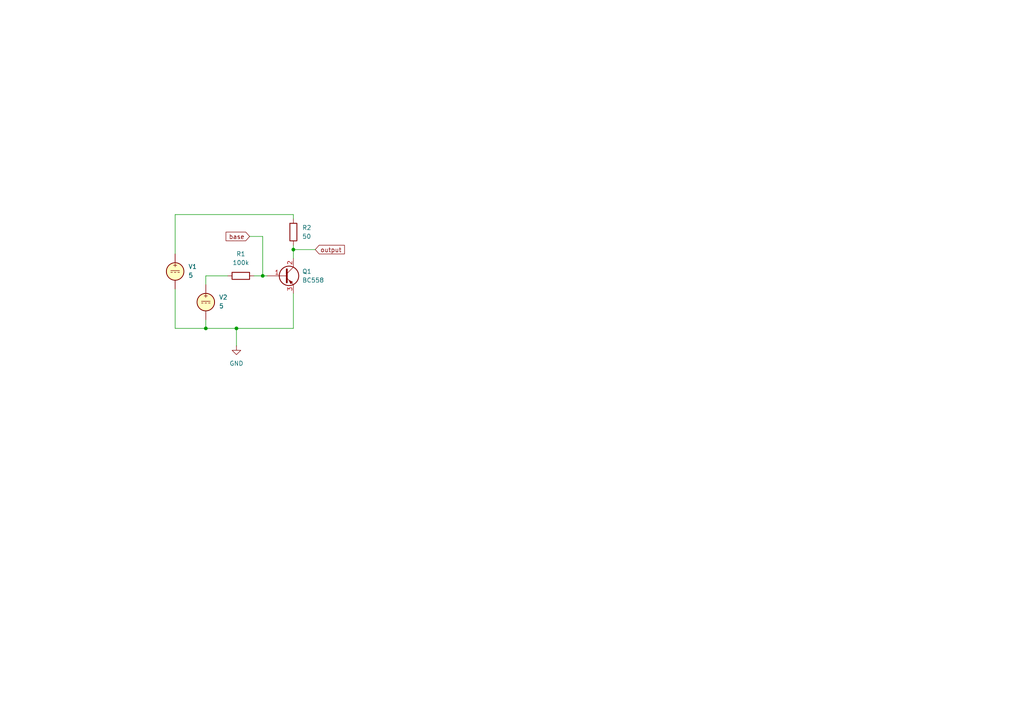
<source format=kicad_sch>
(kicad_sch (version 20231120) (generator "eeschema") (generator_version "8.0")
  (paper "A4")
  (lib_symbols
    (symbol "Device:Q_PNP_BCE" (pin_names (offset 0) hide)
      (property "Reference" "Q" (at 5.08 1.27 0))
      (property "Value" "Q_PNP_BCE" (at 5.08 -1.27 0))
      (symbol "Q_PNP_BCE_0_1"
        (polyline (pts (xy 0.635 0.635) (xy 2.54 2.54)))
        (polyline (pts (xy 0.635 -0.635) (xy 2.54 -2.54) (xy 2.54 -2.54)))
        (polyline (pts (xy 0.635 1.905) (xy 0.635 -1.905) (xy 0.635 -1.905)) (stroke (width 0.508)))
        (polyline (pts (xy 2.286 -1.778) (xy 1.778 -2.286) (xy 1.27 -1.27) (xy 2.286 -1.778) (xy 2.286 -1.778)) (fill (type outline)))
        (circle (center 1.27 0) (radius 2.8194) (stroke (width 0.254)))
      )
      (symbol "Q_PNP_BCE_1_1"
        (pin input line (at -5.08 0 0) (length 5.715) (name "B") (number "1"))
        (pin passive line (at 2.54 5.08 270) (length 2.54) (name "C") (number "2"))
        (pin passive line (at 2.54 -5.08 90) (length 2.54) (name "E") (number "3"))
      )
    )
    (symbol "Device:R" (pin_numbers hide) (pin_names (offset 0))
      (property "Reference" "R" (at 2.032 0 90))
      (property "Value" "R" (at 0 0 90))
      (symbol "R_0_1"
        (rectangle (start -1.016 -2.54) (end 1.016 2.54) (stroke (width 0.254)))
      )
      (symbol "R_1_1"
        (pin passive line (at 0 3.81 270) (length 1.27) (name "~") (number "1"))
        (pin passive line (at 0 -3.81 90) (length 1.27) (name "~") (number "2"))
      )
    )
    (symbol "Simulation_SPICE:VDC" (pin_numbers hide) (pin_names (offset 0.0254))
      (property "Reference" "V" (at 2.54 2.54 0))
      (property "Value" "1" (at 2.54 0 0))
      (symbol "VDC_0_0"
        (polyline (pts (xy -1.27 0.254) (xy 1.27 0.254)))
        (polyline (pts (xy -0.762 -0.254) (xy -1.27 -0.254)))
        (polyline (pts (xy 0.254 -0.254) (xy -0.254 -0.254)))
        (polyline (pts (xy 1.27 -0.254) (xy 0.762 -0.254)))
        (text "+" (at 0 1.905 0) (effects (font (size 1.27 1.27))))
      )
      (symbol "VDC_0_1"
        (circle (center 0 0) (radius 2.54) (stroke (width 0.254)) (fill (type background)))
      )
      (symbol "VDC_1_1"
        (pin passive line (at 0 5.08 270) (length 2.54) (name "~") (number "1"))
        (pin passive line (at 0 -5.08 90) (length 2.54) (name "~") (number "2"))
      )
    )
    (symbol "power:GND" (power) (pin_numbers hide) (pin_names (offset 0) hide)
      (property "Value" "GND" (at 0 -3.81 0))
      (symbol "GND_0_1"
        (polyline (pts (xy 0 0) (xy 0 -1.27) (xy 1.27 -1.27) (xy 0 -2.54) (xy -1.27 -1.27) (xy 0 -1.27)))
      )
      (symbol "GND_1_1"
        (pin power_in line (at 0 0 270) (length 0) (name "~") (number "1"))
      )
    )
  )
  (junction (at 85.09 72.39))
  (junction (at 59.69 95.25))
  (junction (at 68.58 95.25))
  (junction (at 76.2 80.01))
  (wire (pts (xy 76.2 80.01) (xy 77.47 80.01)))
  (wire (pts (xy 85.09 85.09) (xy 85.09 95.25)))
  (wire (pts (xy 72.39 68.58) (xy 76.2 68.58)))
  (wire (pts (xy 59.69 80.01) (xy 59.69 82.55)))
  (wire (pts (xy 85.09 71.12) (xy 85.09 72.39)))
  (wire (pts (xy 50.8 62.23) (xy 85.09 62.23)))
  (wire (pts (xy 85.09 63.5) (xy 85.09 62.23)))
  (wire (pts (xy 76.2 68.58) (xy 76.2 80.01)))
  (wire (pts (xy 50.8 62.23) (xy 50.8 73.66)))
  (wire (pts (xy 50.8 95.25) (xy 50.8 83.82)))
  (wire (pts (xy 85.09 72.39) (xy 85.09 74.93)))
  (wire (pts (xy 59.69 92.71) (xy 59.69 95.25)))
  (wire (pts (xy 59.69 95.25) (xy 68.58 95.25)))
  (wire (pts (xy 50.8 95.25) (xy 59.69 95.25)))
  (wire (pts (xy 85.09 95.25) (xy 68.58 95.25)))
  (wire (pts (xy 68.58 95.25) (xy 68.58 100.33)))
  (wire (pts (xy 85.09 72.39) (xy 91.44 72.39)))
  (wire (pts (xy 59.69 80.01) (xy 66.04 80.01)))
  (wire (pts (xy 73.66 80.01) (xy 76.2 80.01)))
  (global_label "output" (shape input) (at 91.44 72.39 0) (property "Intersheetrefs" "${INTERSHEET_REFS}" (effects (hide yes))))
  (global_label "base" (shape input) (at 72.39 68.58 180) (property "Intersheetrefs" "${INTERSHEET_REFS}" (effects (hide yes))))
  (symbol (lib_id "Simulation_SPICE:VDC") (at 50.8 78.74 0) (unit 1)
    (property "Reference" "V1" (at 54.61 77.3401 0) (effects (justify left)))
    (property "Value" "5" (at 54.61 79.8801 0) (effects (justify left)))
    (property "Datasheet" "https://ngspice.sourceforge.io/docs/ngspice-html-manual/manual.xhtml#sec_Independent_Sources_for" (effects (hide yes)))
    (property "Description" "Voltage source, DC" (effects (hide yes)))
    (property "Sim.Pins" "1=+ 2=-" (effects (hide yes)))
    (property "Sim.Type" "DC" (effects (hide yes)))
    (property "Sim.Device" "V" (effects (hide yes)))
  )
  (symbol (lib_id "power:GND") (at 68.58 100.33 0) (mirror y) (unit 1)
    (property "Reference" "#PWR01" (effects (hide yes)))
    (property "Value" "GND" (at 68.58 105.41 0))
    (property "Description" "Power symbol creates a global label with name \"GND\" , ground" (effects (hide yes)))
  )
  (symbol (lib_id "Device:R") (at 85.09 67.31 0) (unit 1)
    (property "Reference" "R2" (at 87.63 66.0399 0) (effects (justify left)))
    (property "Value" "50" (at 87.63 68.5799 0) (effects (justify left)))
    (property "Description" "Resistor" (effects (hide yes)))
  )
  (symbol (lib_id "Simulation_SPICE:VDC") (at 59.69 87.63 0) (unit 1)
    (property "Reference" "V2" (at 63.5 86.2301 0) (effects (justify left)))
    (property "Value" "5" (at 63.5 88.7701 0) (effects (justify left)))
    (property "Datasheet" "https://ngspice.sourceforge.io/docs/ngspice-html-manual/manual.xhtml#sec_Independent_Sources_for" (effects (hide yes)))
    (property "Description" "Voltage source, DC" (effects (hide yes)))
    (property "Sim.Pins" "1=+ 2=-" (effects (hide yes)))
    (property "Sim.Type" "DC" (effects (hide yes)))
    (property "Sim.Device" "V" (effects (hide yes)))
  )
  (symbol (lib_id "Device:Q_PNP_BCE") (at 82.55 80.01 0) (unit 1)
    (property "Reference" "Q1" (at 87.63 78.7399 0) (effects (justify left)))
    (property "Value" "BC558" (at 87.63 81.2799 0) (effects (justify left)))
    (property "Footprint" "Package_TO_SOT_SMD:SOT-23" (effects (hide yes)))
    (property "Description" "PNP transistor, base/collector/emitter" (effects (hide yes)))
    (property "Sim.Device" "PNP" (effects (hide yes)))
    (property "Sim.Type" "GUMMELPOON" (effects (hide yes)))
    (property "Sim.Pins" "1=B 2=C 3=E" (effects (hide yes)))
    (property "Sim.Params" "is=1.4e-14 bf=300 nf=1 vaf=50 ikf=0.03 br=6 nr=1 var=10 ikr=0.03 isc=1e-13 nc=2 rb=2 re=0.5 rc=1 cje=20p vje=0.63 mje=0.33 tf=0.4n xtf=2 vtf=5 itf=0.3 ptf=0 cjc=7.5p vjc=0.75 mjc=0.33 xcjc=0.5 tr=0.1n cjs=0 vjs=0.75 mjs=0.5 " (effects (hide yes)))
  )
  (symbol (lib_id "Device:R") (at 69.85 80.01 270) (unit 1)
    (property "Reference" "R1" (at 69.85 73.66 90))
    (property "Value" "100k" (at 69.85 76.2 90))
    (property "Description" "Resistor" (effects (hide yes)))
  )
)
</source>
